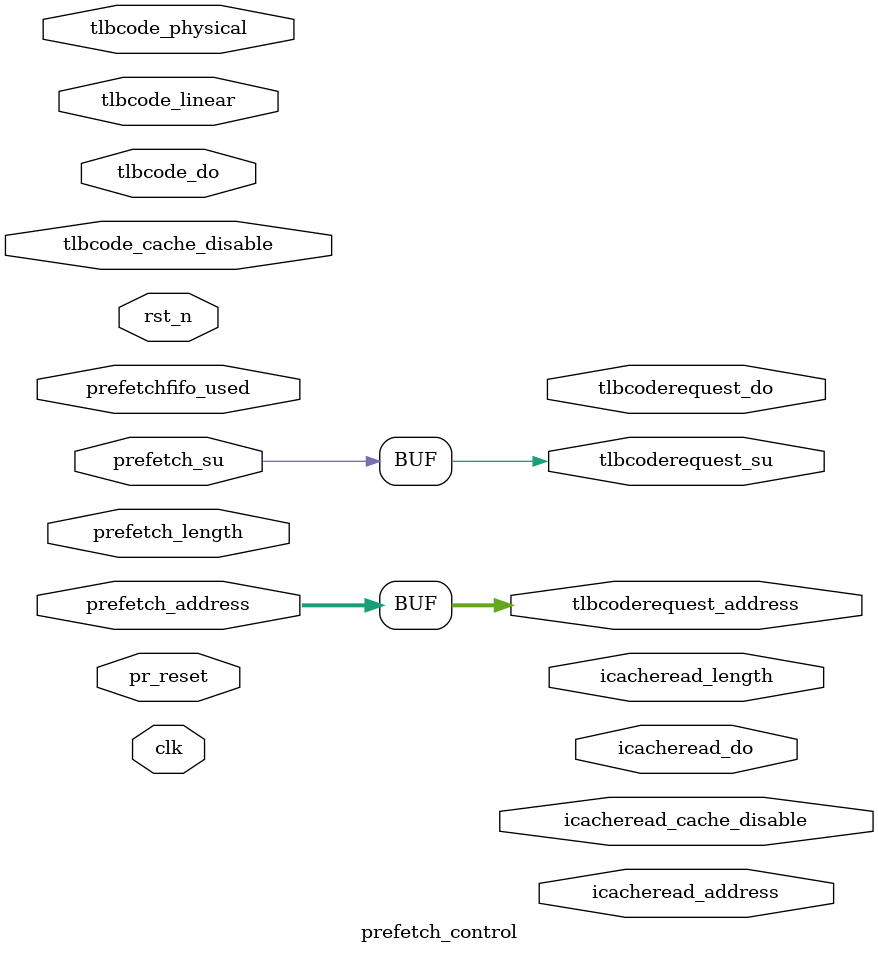
<source format=v>
/*
 * Copyright (c) 2014, Aleksander Osman
 * All rights reserved.
 * 
 * Redistribution and use in source and binary forms, with or without
 * modification, are permitted provided that the following conditions are met:
 * 
 * * Redistributions of source code must retain the above copyright notice, this
 *   list of conditions and the following disclaimer.
 * 
 * * Redistributions in binary form must reproduce the above copyright notice,
 *   this list of conditions and the following disclaimer in the documentation
 *   and/or other materials provided with the distribution.
 * 
 * THIS SOFTWARE IS PROVIDED BY THE COPYRIGHT HOLDERS AND CONTRIBUTORS "AS IS"
 * AND ANY EXPRESS OR IMPLIED WARRANTIES, INCLUDING, BUT NOT LIMITED TO, THE
 * IMPLIED WARRANTIES OF MERCHANTABILITY AND FITNESS FOR A PARTICULAR PURPOSE ARE
 * DISCLAIMED. IN NO EVENT SHALL THE COPYRIGHT HOLDER OR CONTRIBUTORS BE LIABLE
 * FOR ANY DIRECT, INDIRECT, INCIDENTAL, SPECIAL, EXEMPLARY, OR CONSEQUENTIAL
 * DAMAGES (INCLUDING, BUT NOT LIMITED TO, PROCUREMENT OF SUBSTITUTE GOODS OR
 * SERVICES; LOSS OF USE, DATA, OR PROFITS; OR BUSINESS INTERRUPTION) HOWEVER
 * CAUSED AND ON ANY THEORY OF LIABILITY, WHETHER IN CONTRACT, STRICT LIABILITY,
 * OR TORT (INCLUDING NEGLIGENCE OR OTHERWISE) ARISING IN ANY WAY OUT OF THE USE
 * OF THIS SOFTWARE, EVEN IF ADVISED OF THE POSSIBILITY OF SUCH DAMAGE.
 */

`include "defines.v"

//PARSED_COMMENTS: this file contains parsed script comments

module prefetch_control(
    input           clk,
    input           rst_n,
    
    input           pr_reset, //same as reset to icache
    
    //from prefetch
    input   [31:0]  prefetch_address,
    input   [5:0]   prefetch_length,
    input           prefetch_su,
    
    //from prefetchfifo
    input   [4:0]   prefetchfifo_used,
    
    //REQ:
    output          tlbcoderequest_do,
    output  [31:0]  tlbcoderequest_address,
    output          tlbcoderequest_su,
    //END

    //RESP:
    input           tlbcode_do,
    input   [31:0]  tlbcode_linear,
    input   [31:0]  tlbcode_physical,
    input           tlbcode_cache_disable,
    //END
    
    //REQ:
    output          icacheread_do,
    output  [31:0]  icacheread_address,
    output  [5:0]   icacheread_length, // takes into account: page size and cs segment limit
    output          icacheread_cache_disable
    //END
);

//------------------------------------------------------------------------------

reg [1:0]  state;
reg [31:0] linear;
reg [31:0] physical;
reg        cache_disable;

//------------------------------------------------------------------------------

localparam [1:0] STATE_TLB_REQUEST = 2'd0;
localparam [1:0] STATE_ICACHE      = 2'd1;

//------------------------------------------------------------------------------

wire [12:0] left_in_page;
wire [5:0]  length;

wire        offset_update;
wire        page_cross;

//------------------------------------------------------------------------------

assign tlbcoderequest_address = prefetch_address;
assign tlbcoderequest_su      = prefetch_su;

assign left_in_page = 13'd4096 - { 1'b0, prefetch_address[11:0] };
assign length       = (left_in_page < { 8'd0, prefetch_length })?  left_in_page[5:0] : prefetch_length;

assign offset_update = prefetch_address[31:12] == linear[31:12] && prefetch_address[11:0] != linear[11:0];
assign page_cross    = prefetch_address[31:12] != linear[31:12];

//------------------------------------------------------------------------------

//------------------------------------------------------------------------------

//------------------------------------------------------------------------------

//------------------------------------------------------------------------------

/*******************************************************************************SCRIPT

IF(state == STATE_TLB_REQUEST);

    IF(~(pr_reset) && prefetch_length > 5'd0 && prefetchfifo_used < 5'd2);

        SET(tlbcoderequest_do);
    
        IF(tlbcode_do);
        
            SAVE(linear,        tlbcode_linear);
            SAVE(physical,      tlbcode_physical);
            SAVE(cache_disable, tlbcode_cache_disable);
        
            SET(icacheread_do);
            SET(icacheread_address,       tlbcode_physical);
            SET(icacheread_length,        length);
            SET(icacheread_cache_disable, tlbcode_cache_disable);
        
            SAVE(state, STATE_ICACHE);
        ENDIF();
    ENDIF();
ENDIF();

*/

/*******************************************************************************SCRIPT

IF(state == STATE_ICACHE);

    IF(page_cross || pr_reset || prefetchfifo_used >= 5'd8);
        SAVE(state, STATE_TLB_REQUEST);
    ELSE();
        SET(icacheread_do);
    ENDIF();

    SET(icacheread_address,       (offset_update)? { physical[31:12], prefetch_address[11:0] } : physical);
    SET(icacheread_length,        length);
    SET(icacheread_cache_disable, cache_disable);
    
    IF(offset_update);
        SAVE(linear,   { linear[31:12],   prefetch_address[11:0] });
        SAVE(physical, { physical[31:12], prefetch_address[11:0] });
    ENDIF();
ENDIF();
*/


//------------------------------------------------------------------------------

//------------------------------------------------------------------------------

//------------------------------------------------------------------------------

`include "autogen/prefetch_control.v"

endmodule

</source>
